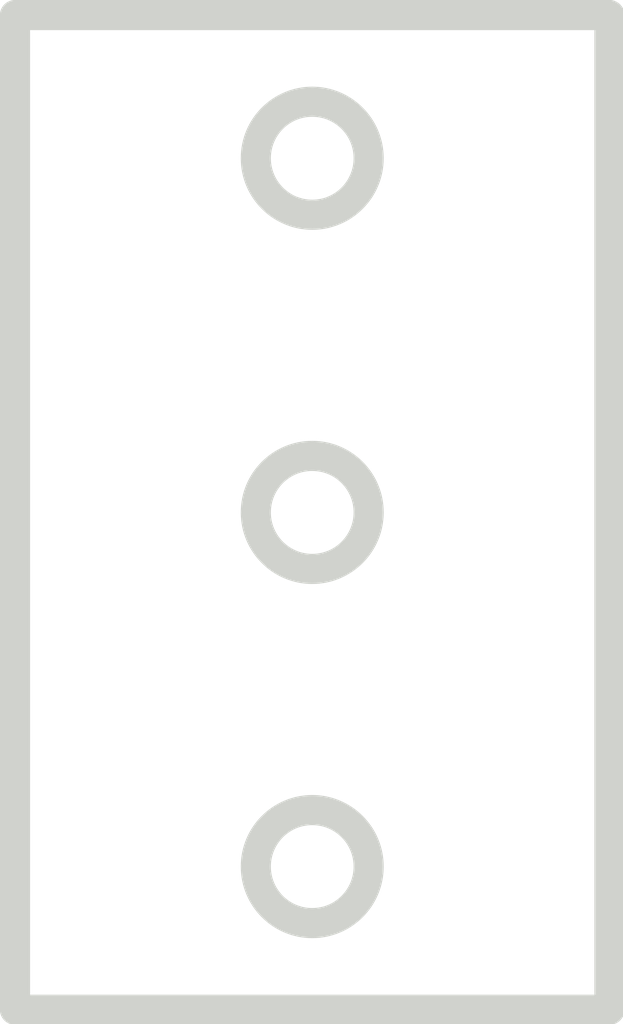
<source format=kicad_pcb>
(kicad_pcb (version 20171130) (host pcbnew 5.1.6-c6e7f7d~87~ubuntu19.10.1)

  (general
    (thickness 1.6)
    (drawings 7)
    (tracks 0)
    (zones 0)
    (modules 0)
    (nets 1)
  )

  (page A4 portrait)
  (title_block
    (title "Spacer MTS-1xx-A2")
    (date 2023-01-30)
    (rev 1A)
    (company "Igor Ivanov")
    (comment 1 https://github.com/Adept666)
    (comment 2 "This project is licensed under GNU General Public License v3.0 or later")
  )

  (layers
    (0 F.Cu jumper)
    (31 B.Cu signal)
    (38 B.Mask user)
    (44 Edge.Cuts user)
    (45 Margin user)
    (46 B.CrtYd user)
    (47 F.CrtYd user)
    (49 F.Fab user)
  )

  (setup
    (last_trace_width 1)
    (user_trace_width 0.6)
    (trace_clearance 0)
    (zone_clearance 0.6)
    (zone_45_only no)
    (trace_min 0.2)
    (via_size 1.5)
    (via_drill 0.5)
    (via_min_size 0.4)
    (via_min_drill 0.3)
    (uvia_size 0.3)
    (uvia_drill 0.1)
    (uvias_allowed no)
    (uvia_min_size 0.2)
    (uvia_min_drill 0.1)
    (edge_width 0.4)
    (segment_width 0.2)
    (pcb_text_width 0.3)
    (pcb_text_size 1.5 1.5)
    (mod_edge_width 0.15)
    (mod_text_size 1 1)
    (mod_text_width 0.15)
    (pad_size 1.6 1.8)
    (pad_drill 0)
    (pad_to_mask_clearance 0.1)
    (solder_mask_min_width 0.2)
    (aux_axis_origin 0 0)
    (visible_elements 7FFFFFFF)
    (pcbplotparams
      (layerselection 0x20000_7ffffffe)
      (usegerberextensions false)
      (usegerberattributes false)
      (usegerberadvancedattributes false)
      (creategerberjobfile false)
      (excludeedgelayer false)
      (linewidth 0.100000)
      (plotframeref true)
      (viasonmask false)
      (mode 1)
      (useauxorigin false)
      (hpglpennumber 1)
      (hpglpenspeed 20)
      (hpglpendiameter 15.000000)
      (psnegative false)
      (psa4output false)
      (plotreference false)
      (plotvalue true)
      (plotinvisibletext false)
      (padsonsilk true)
      (subtractmaskfromsilk false)
      (outputformat 4)
      (mirror false)
      (drillshape 0)
      (scaleselection 1)
      (outputdirectory ""))
  )

  (net 0 "")

  (net_class Default "This is the default net class."
    (clearance 0)
    (trace_width 1)
    (via_dia 1.5)
    (via_drill 0.5)
    (uvia_dia 0.3)
    (uvia_drill 0.1)
  )

  (gr_circle (center 105.41 153.29) (end 106.16 153.29) (layer Edge.Cuts) (width 0.4) (tstamp 63D7F470))
  (gr_circle (center 105.41 148.59) (end 106.16 148.59) (layer Edge.Cuts) (width 0.4) (tstamp 63D7F470))
  (gr_circle (center 105.41 143.89) (end 106.16 143.89) (layer Edge.Cuts) (width 0.4) (tstamp 63D7F470))
  (gr_line (start 109.36 141.99) (end 109.36 155.19) (layer Edge.Cuts) (width 0.4) (tstamp 5FE6F872))
  (gr_line (start 101.46 141.99) (end 101.46 155.19) (layer Edge.Cuts) (width 0.4) (tstamp 5FE6F872))
  (gr_line (start 101.46 155.19) (end 109.36 155.19) (layer Edge.Cuts) (width 0.4) (tstamp 5FE6FAB1))
  (gr_line (start 101.46 141.99) (end 109.36 141.99) (layer Edge.Cuts) (width 0.4) (tstamp 63D80333))

)

</source>
